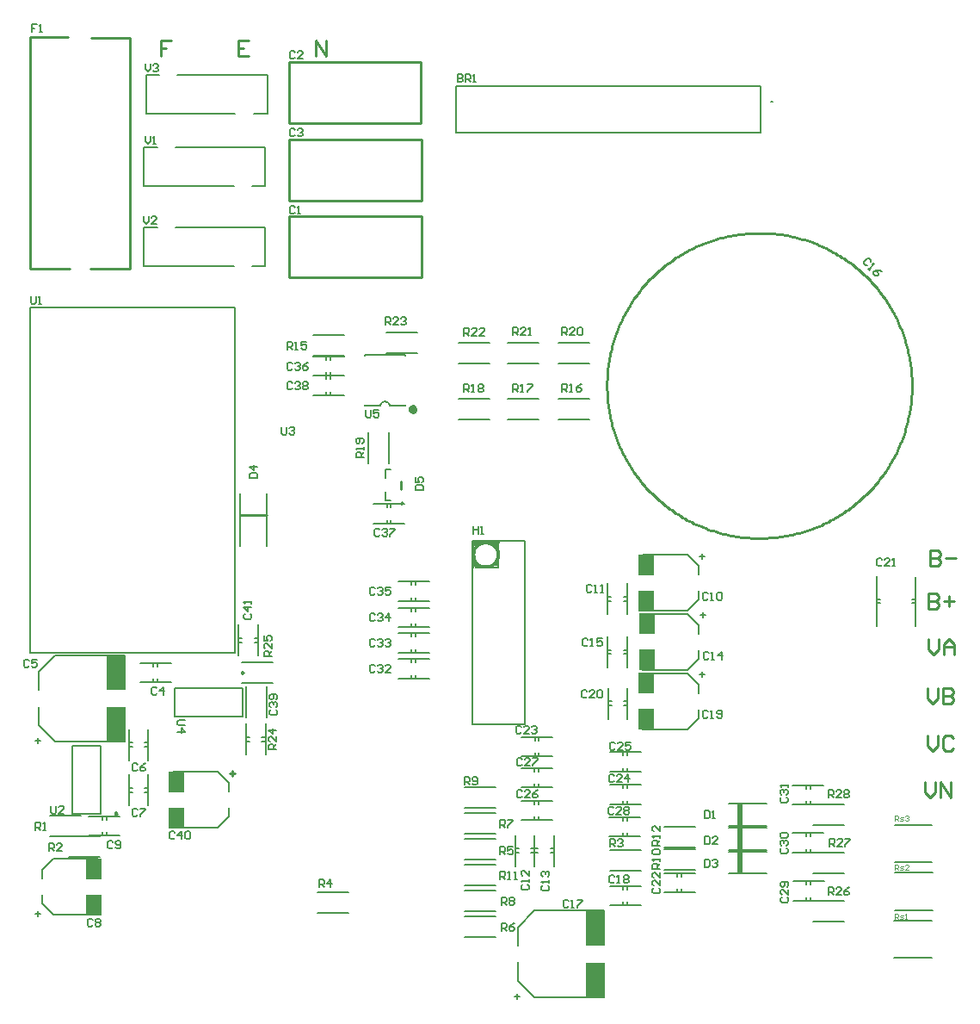
<source format=gto>
G04*
G04 #@! TF.GenerationSoftware,Altium Limited,Altium Designer,19.0.12 (326)*
G04*
G04 Layer_Color=65535*
%FSLAX25Y25*%
%MOIN*%
G70*
G01*
G75*
%ADD10C,0.00800*%
%ADD11C,0.01181*%
%ADD12C,0.00787*%
%ADD13C,0.01000*%
%ADD14C,0.00600*%
%ADD15C,0.02000*%
%ADD16C,0.00984*%
%ADD17C,0.00700*%
%ADD18C,0.00393*%
%ADD19C,0.00500*%
%ADD20C,0.00400*%
%ADD21R,0.10630X0.01319*%
%ADD22R,0.01083X0.10965*%
%ADD23R,0.00984X0.09390*%
%ADD24R,0.08957X0.01122*%
%ADD25R,0.01280X0.01378*%
%ADD26R,0.02067X0.01378*%
%ADD27R,0.07185X0.13583*%
%ADD28R,0.07185X0.13484*%
%ADD29R,0.06299X0.08465*%
%ADD30R,0.01900X0.08600*%
D10*
X308232Y391913D02*
X307494Y392340D01*
Y391487D01*
X308232Y391913D01*
X301244Y393094D02*
X303213D01*
X301244D02*
Y396244D01*
Y404906D02*
X303213D01*
X301244Y401756D02*
Y404906D01*
X385932Y221043D02*
Y234232D01*
X358865D02*
X385932D01*
X352468Y227835D02*
X358865Y234232D01*
X352468Y220748D02*
Y227835D01*
Y207165D02*
X358865Y200768D01*
X385932D01*
Y213957D01*
X352468Y207165D02*
Y214252D01*
X417996Y350373D02*
X422327Y354704D01*
Y358050D01*
Y364350D02*
Y367696D01*
X417996Y372027D02*
X422327Y367696D01*
X400673Y372027D02*
X417996D01*
X400673Y350373D02*
X417996D01*
X418096Y327473D02*
X422427Y331804D01*
Y335150D01*
Y341450D02*
Y344796D01*
X418096Y349127D02*
X422427Y344796D01*
X400773Y349127D02*
X418096D01*
X400773Y327473D02*
X418096D01*
X417996Y304473D02*
X422327Y308804D01*
Y312150D01*
Y318450D02*
Y321796D01*
X417996Y326127D02*
X422327Y321796D01*
X400673Y326127D02*
X417996D01*
X400673Y304473D02*
X417996D01*
X200232Y319943D02*
Y333132D01*
X173165D02*
X200232D01*
X166768Y326735D02*
X173165Y333132D01*
X166768Y319648D02*
Y326735D01*
Y306065D02*
X173165Y299668D01*
X200232D01*
Y312857D01*
X166768Y306065D02*
Y313152D01*
X168173Y249996D02*
X172504Y254327D01*
X168173Y246650D02*
Y249996D01*
Y237004D02*
Y240350D01*
Y237004D02*
X172504Y232673D01*
X189827D01*
X172504Y254327D02*
X189827D01*
X218673Y266273D02*
X235996D01*
X218673Y287927D02*
X235996D01*
X240327Y283596D01*
Y280250D02*
Y283596D01*
Y270604D02*
Y273950D01*
X235996Y266273D02*
X240327Y270604D01*
D11*
X344782Y372000D02*
X344677Y372994D01*
X344369Y373945D01*
X343869Y374811D01*
X343200Y375554D01*
X342391Y376141D01*
X341478Y376548D01*
X340500Y376756D01*
X339500D01*
X338522Y376548D01*
X337609Y376141D01*
X336800Y375554D01*
X336131Y374811D01*
X335631Y373945D01*
X335322Y372994D01*
X335218Y372000D01*
X335322Y371006D01*
X335631Y370055D01*
X336131Y369189D01*
X336800Y368446D01*
X337609Y367859D01*
X338522Y367452D01*
X339500Y367244D01*
X340500D01*
X341478Y367452D01*
X342391Y367859D01*
X343200Y368446D01*
X343869Y369189D01*
X344369Y370055D01*
X344677Y371006D01*
X344782Y372000D01*
D12*
X451180Y547400D02*
X450392D01*
X451180D01*
X446455Y535392D02*
Y553502D01*
X328345D02*
X446455D01*
X328345Y535392D02*
Y553502D01*
Y535392D02*
X446455D01*
X255118Y375263D02*
Y395736D01*
X244882Y375263D02*
Y395736D01*
X163421Y333945D02*
Y467803D01*
Y333945D02*
X242949D01*
X163421Y467803D02*
X242949D01*
Y333945D02*
Y467803D01*
X219311Y320512D02*
X245689D01*
X219311Y309488D02*
X245689D01*
Y320512D01*
X219311Y309488D02*
Y320512D01*
X190677Y271811D02*
Y298189D01*
X179654Y271811D02*
Y298189D01*
Y271811D02*
X190677D01*
X179654Y298189D02*
X190677D01*
D13*
X505055Y437500D02*
X505047Y438500D01*
X505021Y439500D01*
X504979Y440499D01*
X504920Y441498D01*
X504844Y442495D01*
X504750Y443491D01*
X504641Y444485D01*
X504514Y445477D01*
X504370Y446466D01*
X504210Y447454D01*
X504033Y448438D01*
X503840Y449419D01*
X503630Y450397D01*
X503403Y451371D01*
X503160Y452341D01*
X502900Y453307D01*
X502624Y454269D01*
X502332Y455225D01*
X502024Y456177D01*
X501700Y457123D01*
X501359Y458063D01*
X501003Y458998D01*
X500631Y459926D01*
X500244Y460848D01*
X499840Y461763D01*
X499422Y462672D01*
X498988Y463573D01*
X498539Y464466D01*
X498075Y465352D01*
X497595Y466230D01*
X497101Y467100D01*
X496593Y467961D01*
X496070Y468813D01*
X495532Y469657D01*
X494981Y470491D01*
X494415Y471316D01*
X493835Y472131D01*
X493242Y472936D01*
X492635Y473731D01*
X492015Y474515D01*
X491381Y475289D01*
X490735Y476053D01*
X490076Y476805D01*
X489404Y477545D01*
X488719Y478275D01*
X488023Y478992D01*
X487314Y479698D01*
X486593Y480392D01*
X485861Y481073D01*
X485118Y481742D01*
X484363Y482398D01*
X483597Y483041D01*
X482820Y483671D01*
X482033Y484288D01*
X481236Y484892D01*
X480428Y485482D01*
X479610Y486058D01*
X478783Y486620D01*
X477947Y487168D01*
X477101Y487702D01*
X476246Y488222D01*
X475383Y488726D01*
X474511Y489217D01*
X473631Y489692D01*
X472744Y490153D01*
X471848Y490598D01*
X470945Y491028D01*
X470035Y491443D01*
X469118Y491842D01*
X468194Y492226D01*
X467265Y492594D01*
X466328Y492946D01*
X465387Y493282D01*
X464439Y493603D01*
X463486Y493907D01*
X462529Y494195D01*
X461566Y494467D01*
X460599Y494722D01*
X459628Y494961D01*
X458653Y495184D01*
X457674Y495390D01*
X456692Y495579D01*
X455707Y495752D01*
X454719Y495908D01*
X453729Y496047D01*
X452736Y496170D01*
X451742Y496275D01*
X450745Y496364D01*
X449748Y496436D01*
X448749Y496491D01*
X447750Y496529D01*
X446750Y496550D01*
X445750Y496555D01*
X444750Y496542D01*
X443750Y496512D01*
X442751Y496466D01*
X441753Y496402D01*
X440756Y496322D01*
X439761Y496225D01*
X438767Y496110D01*
X437776Y495980D01*
X436786Y495832D01*
X435800Y495668D01*
X434816Y495486D01*
X433836Y495289D01*
X432859Y495075D01*
X431886Y494844D01*
X430917Y494596D01*
X429952Y494333D01*
X428992Y494053D01*
X428036Y493757D01*
X427086Y493444D01*
X426142Y493116D01*
X425203Y492772D01*
X424269Y492412D01*
X423343Y492036D01*
X422422Y491644D01*
X421509Y491237D01*
X420602Y490815D01*
X419703Y490377D01*
X418811Y489924D01*
X417928Y489456D01*
X417052Y488973D01*
X416184Y488476D01*
X415325Y487963D01*
X414475Y487437D01*
X413634Y486896D01*
X412802Y486340D01*
X411979Y485771D01*
X411167Y485188D01*
X410364Y484591D01*
X409572Y483981D01*
X408790Y483358D01*
X408019Y482721D01*
X407258Y482071D01*
X406509Y481409D01*
X405771Y480734D01*
X405045Y480046D01*
X404330Y479347D01*
X403627Y478635D01*
X402937Y477911D01*
X402259Y477176D01*
X401593Y476430D01*
X400940Y475672D01*
X400300Y474904D01*
X399673Y474124D01*
X399060Y473335D01*
X398460Y472534D01*
X397873Y471724D01*
X397300Y470904D01*
X396742Y470075D01*
X396197Y469236D01*
X395667Y468388D01*
X395151Y467531D01*
X394650Y466666D01*
X394163Y465792D01*
X393691Y464910D01*
X393235Y464020D01*
X392793Y463123D01*
X392367Y462218D01*
X391956Y461306D01*
X391561Y460388D01*
X391181Y459462D01*
X390817Y458531D01*
X390468Y457593D01*
X390136Y456650D01*
X389820Y455701D01*
X389520Y454747D01*
X389236Y453788D01*
X388968Y452825D01*
X388717Y451857D01*
X388482Y450884D01*
X388263Y449908D01*
X388061Y448929D01*
X387876Y447946D01*
X387707Y446960D01*
X387556Y445972D01*
X387421Y444981D01*
X387302Y443988D01*
X387201Y442993D01*
X387116Y441996D01*
X387049Y440998D01*
X386998Y439999D01*
X386964Y439000D01*
X386947Y438000D01*
X386947Y437000D01*
X386964Y436000D01*
X386998Y435000D01*
X387049Y434001D01*
X387116Y433003D01*
X387201Y432007D01*
X387302Y431012D01*
X387421Y430019D01*
X387556Y429028D01*
X387708Y428039D01*
X387876Y427053D01*
X388061Y426071D01*
X388263Y425091D01*
X388482Y424115D01*
X388717Y423143D01*
X388968Y422175D01*
X389236Y421211D01*
X389520Y420252D01*
X389820Y419298D01*
X390136Y418349D01*
X390469Y417406D01*
X390817Y416469D01*
X391181Y415537D01*
X391561Y414612D01*
X391956Y413693D01*
X392367Y412781D01*
X392793Y411877D01*
X393235Y410979D01*
X393692Y410089D01*
X394163Y409208D01*
X394650Y408334D01*
X395151Y407468D01*
X395667Y406611D01*
X396197Y405764D01*
X396742Y404925D01*
X397301Y404095D01*
X397873Y403275D01*
X398460Y402465D01*
X399060Y401665D01*
X399674Y400875D01*
X400301Y400096D01*
X400941Y399327D01*
X401593Y398570D01*
X402259Y397823D01*
X402937Y397088D01*
X403628Y396365D01*
X404330Y395653D01*
X405045Y394953D01*
X405771Y394266D01*
X406509Y393591D01*
X407259Y392929D01*
X408019Y392279D01*
X408790Y391642D01*
X409572Y391019D01*
X410365Y390408D01*
X411167Y389811D01*
X411980Y389229D01*
X412802Y388659D01*
X413634Y388104D01*
X414475Y387563D01*
X415325Y387036D01*
X416185Y386524D01*
X417052Y386027D01*
X417928Y385544D01*
X418812Y385076D01*
X419704Y384623D01*
X420603Y384185D01*
X421509Y383763D01*
X422423Y383355D01*
X423343Y382964D01*
X424270Y382588D01*
X425203Y382228D01*
X426142Y381884D01*
X427087Y381555D01*
X428037Y381243D01*
X428992Y380947D01*
X429952Y380667D01*
X430917Y380403D01*
X431886Y380156D01*
X432859Y379925D01*
X433836Y379711D01*
X434817Y379514D01*
X435800Y379332D01*
X436787Y379168D01*
X437776Y379020D01*
X438767Y378889D01*
X439761Y378775D01*
X440756Y378678D01*
X441753Y378598D01*
X442751Y378534D01*
X443750Y378488D01*
X444750Y378458D01*
X445750Y378445D01*
X446750Y378450D01*
X447750Y378471D01*
X448750Y378509D01*
X449748Y378564D01*
X450746Y378636D01*
X451742Y378725D01*
X452736Y378830D01*
X453729Y378953D01*
X454719Y379092D01*
X455707Y379248D01*
X456692Y379421D01*
X457674Y379610D01*
X458653Y379816D01*
X459628Y380039D01*
X460599Y380278D01*
X461566Y380533D01*
X462529Y380805D01*
X463486Y381093D01*
X464439Y381397D01*
X465387Y381718D01*
X466328Y382054D01*
X467265Y382406D01*
X468194Y382774D01*
X469118Y383158D01*
X470035Y383557D01*
X470945Y383972D01*
X471848Y384402D01*
X472744Y384847D01*
X473631Y385308D01*
X474511Y385783D01*
X475383Y386274D01*
X476246Y386778D01*
X477101Y387298D01*
X477947Y387832D01*
X478783Y388380D01*
X479610Y388942D01*
X480428Y389518D01*
X481235Y390108D01*
X482033Y390712D01*
X482820Y391329D01*
X483597Y391959D01*
X484363Y392602D01*
X485117Y393258D01*
X485861Y393927D01*
X486593Y394608D01*
X487314Y395302D01*
X488022Y396007D01*
X488719Y396725D01*
X489403Y397454D01*
X490075Y398195D01*
X490735Y398947D01*
X491381Y399710D01*
X492015Y400484D01*
X492635Y401269D01*
X493242Y402064D01*
X493835Y402869D01*
X494415Y403684D01*
X494980Y404509D01*
X495532Y405343D01*
X496069Y406186D01*
X496593Y407039D01*
X497101Y407900D01*
X497595Y408769D01*
X498074Y409647D01*
X498538Y410533D01*
X498988Y411427D01*
X499422Y412328D01*
X499840Y413236D01*
X500243Y414151D01*
X500631Y415073D01*
X501003Y416002D01*
X501359Y416936D01*
X501699Y417877D01*
X502024Y418823D01*
X502332Y419774D01*
X502624Y420731D01*
X502900Y421692D01*
X503160Y422658D01*
X503403Y423628D01*
X503629Y424602D01*
X503840Y425580D01*
X504033Y426561D01*
X504210Y427545D01*
X504370Y428533D01*
X504514Y429522D01*
X504640Y430514D01*
X504750Y431508D01*
X504843Y432504D01*
X504920Y433501D01*
X504979Y434500D01*
X505021Y435499D01*
X505047Y436499D01*
X505055Y437499D01*
Y437500D01*
X307000Y397500D02*
Y400500D01*
X263730Y562814D02*
X314930D01*
X263730Y539186D02*
Y562814D01*
Y539186D02*
X314930D01*
Y562814D01*
X263870Y509186D02*
X315070D01*
Y532814D01*
X263870D02*
X315070D01*
X263870Y509186D02*
Y532814D01*
X263900Y503014D02*
X315100D01*
X263900Y479386D02*
Y503014D01*
Y479386D02*
X315100D01*
Y503014D01*
X186800Y482687D02*
X202200D01*
Y572087D01*
X187300D02*
X202200D01*
X163400Y572287D02*
X178300D01*
X163400Y482687D02*
Y572287D01*
Y482687D02*
X178800D01*
X245000Y387500D02*
X255000D01*
X242886Y287411D02*
X240886D01*
X241886Y286412D02*
Y288411D01*
X274000Y565000D02*
Y570998D01*
X277999Y565000D01*
Y570998D01*
X217999D02*
X214000D01*
Y567999D01*
X215999D01*
X214000D01*
Y565000D01*
X247999Y570998D02*
X244000D01*
Y565000D01*
X247999D01*
X244000Y567999D02*
X245999D01*
X512000Y373698D02*
Y367700D01*
X514999D01*
X515999Y368700D01*
Y369699D01*
X514999Y370699D01*
X512000D01*
X514999D01*
X515999Y371699D01*
Y372698D01*
X514999Y373698D01*
X512000D01*
X517998Y370699D02*
X521997D01*
X510000Y283998D02*
Y279999D01*
X511999Y278000D01*
X513999Y279999D01*
Y283998D01*
X515998Y278000D02*
Y283998D01*
X519997Y278000D01*
Y283998D01*
X511000Y301998D02*
Y297999D01*
X512999Y296000D01*
X514999Y297999D01*
Y301998D01*
X520997Y300998D02*
X519997Y301998D01*
X517998D01*
X516998Y300998D01*
Y297000D01*
X517998Y296000D01*
X519997D01*
X520997Y297000D01*
X511000Y320498D02*
Y316499D01*
X512999Y314500D01*
X514999Y316499D01*
Y320498D01*
X516998D02*
Y314500D01*
X519997D01*
X520997Y315500D01*
Y316499D01*
X519997Y317499D01*
X516998D01*
X519997D01*
X520997Y318499D01*
Y319498D01*
X519997Y320498D01*
X516998D01*
X511500Y339498D02*
Y335499D01*
X513499Y333500D01*
X515499Y335499D01*
Y339498D01*
X517498Y333500D02*
Y337499D01*
X519497Y339498D01*
X521497Y337499D01*
Y333500D01*
Y336499D01*
X517498D01*
X511500Y356998D02*
Y351000D01*
X514499D01*
X515499Y352000D01*
Y352999D01*
X514499Y353999D01*
X511500D01*
X514499D01*
X515499Y354999D01*
Y355998D01*
X514499Y356998D01*
X511500D01*
X517498Y353999D02*
X521497D01*
X519497Y355998D02*
Y352000D01*
D14*
X302734Y429657D02*
X302495Y430562D01*
X301835Y431225D01*
X300932Y431468D01*
X300028Y431225D01*
X299368Y430562D01*
X299129Y429658D01*
X334827Y306385D02*
X355173D01*
X334827Y377315D02*
X355173D01*
X334827Y306385D02*
Y377315D01*
X355173Y306385D02*
Y377315D01*
X293126Y449100D02*
X293126Y449342D01*
X308874Y449100D02*
Y449342D01*
X308805Y429657D02*
Y429900D01*
X293100Y429658D02*
Y429900D01*
Y429658D02*
X299129D01*
X302734Y429657D02*
X308805D01*
X293126Y449342D02*
X308874D01*
X434100Y257800D02*
X448700D01*
X434100Y266400D02*
X448700D01*
X434100Y248600D02*
X448700D01*
X434100Y257200D02*
X448700D01*
X434100Y267100D02*
X448700D01*
X434100Y275700D02*
X448700D01*
X223499Y308000D02*
X221000D01*
X220500Y307500D01*
Y306501D01*
X221000Y306001D01*
X223499D01*
X220500Y303502D02*
X223499D01*
X222000Y305001D01*
Y303002D01*
D15*
X312600Y428200D02*
X312047Y428961D01*
X311153Y428670D01*
Y427730D01*
X312047Y427439D01*
X312600Y428200D01*
D16*
X246181Y326417D02*
X245443Y326844D01*
Y325991D01*
X246181Y326417D01*
X197075Y271811D02*
X196337Y272237D01*
Y271385D01*
X197075Y271811D01*
D17*
X294500Y407300D02*
Y419300D01*
X302500Y407300D02*
Y419300D01*
X303300Y390300D02*
Y391400D01*
Y384400D02*
Y385500D01*
X301700Y390300D02*
Y391400D01*
X296500Y384150D02*
X308500D01*
X296500Y391650D02*
X308500D01*
X301700Y384400D02*
Y385500D01*
X312800Y330300D02*
Y331400D01*
X306000Y324150D02*
X318000D01*
X306000Y331650D02*
X318000D01*
X312800Y324400D02*
Y325500D01*
X311200Y330300D02*
Y331400D01*
Y324400D02*
Y325500D01*
X312800Y340320D02*
Y341420D01*
X306000Y334170D02*
X318000D01*
X306000Y341670D02*
X318000D01*
X312800Y334420D02*
Y335520D01*
X311200Y340320D02*
Y341420D01*
Y334420D02*
Y335520D01*
X312800Y350119D02*
Y351219D01*
X306000Y343969D02*
X318000D01*
X306000Y351469D02*
X318000D01*
X312800Y344219D02*
Y345319D01*
X311200Y350119D02*
Y351219D01*
Y344219D02*
Y345319D01*
X312800Y360300D02*
Y361400D01*
X306000Y354150D02*
X318000D01*
X306000Y361650D02*
X318000D01*
X312800Y354400D02*
Y355500D01*
X311200Y360300D02*
Y361400D01*
Y354400D02*
Y355500D01*
X498500Y249000D02*
X513000D01*
X498500Y234500D02*
X513000D01*
X498400Y267518D02*
X512900D01*
X498400Y253018D02*
X512900D01*
X244500Y339792D02*
X245600D01*
X250400D02*
X251500D01*
X244500Y338193D02*
X245600D01*
X251750Y332993D02*
Y344992D01*
X244250Y332993D02*
Y344992D01*
X250400Y338193D02*
X251500D01*
X253300Y299800D02*
X254400D01*
X247400D02*
X248500D01*
X253300Y301400D02*
X254400D01*
X247150Y294600D02*
Y306600D01*
X254650Y294600D02*
Y306600D01*
X247400Y301400D02*
X248500D01*
X274900Y241500D02*
X286900D01*
X274900Y233500D02*
X286900D01*
X331800Y232000D02*
X343800D01*
X331800Y224000D02*
X343800D01*
X331800Y241980D02*
X343800D01*
X331800Y233980D02*
X343800D01*
X331800Y251960D02*
X343800D01*
X331800Y243960D02*
X343800D01*
X331800Y261940D02*
X343800D01*
X331800Y253940D02*
X343800D01*
X331800Y271900D02*
X343800D01*
X331800Y263900D02*
X343800D01*
X331800Y281900D02*
X343800D01*
X331800Y273900D02*
X343800D01*
X360500Y275500D02*
Y276600D01*
Y269600D02*
Y270700D01*
X358900Y275500D02*
Y276600D01*
X353700Y269350D02*
X365700D01*
X353700Y276850D02*
X365700D01*
X358900Y269600D02*
Y270700D01*
X360500Y288100D02*
Y289200D01*
Y282200D02*
Y283300D01*
X358900Y288100D02*
Y289200D01*
X353700Y281950D02*
X365700D01*
X353700Y289450D02*
X365700D01*
X358900Y282200D02*
Y283300D01*
X360600Y300200D02*
Y301300D01*
Y294300D02*
Y295400D01*
X359000Y300200D02*
Y301300D01*
X353800Y294050D02*
X365800D01*
X353800Y301550D02*
X365800D01*
X359000Y294300D02*
Y295400D01*
X393200Y236600D02*
Y237700D01*
Y242500D02*
Y243600D01*
X394800Y236600D02*
Y237700D01*
X388000Y243850D02*
X400000D01*
X388000Y236350D02*
X400000D01*
X394800Y242500D02*
Y243600D01*
X388100Y257700D02*
X400100D01*
X388100Y249700D02*
X400100D01*
X393100Y263300D02*
Y264400D01*
Y269200D02*
Y270300D01*
X394700Y263300D02*
Y264400D01*
X387900Y270550D02*
X399900D01*
X387900Y263050D02*
X399900D01*
X394700Y269200D02*
Y270300D01*
X393200Y275772D02*
Y276872D01*
Y281672D02*
Y282772D01*
X394800Y275772D02*
Y276872D01*
X388000Y283022D02*
X400000D01*
X388000Y275522D02*
X400000D01*
X394800Y281672D02*
Y282772D01*
X393200Y288371D02*
Y289471D01*
Y294271D02*
Y295371D01*
X394800Y288371D02*
Y289471D01*
X388000Y295621D02*
X400000D01*
X388000Y288121D02*
X400000D01*
X394800Y294271D02*
Y295371D01*
X415800Y247400D02*
Y248500D01*
Y241500D02*
Y242600D01*
X414200Y247400D02*
Y248500D01*
X409000Y241250D02*
X421000D01*
X409000Y248750D02*
X421000D01*
X414200Y241500D02*
Y242600D01*
X409135Y250000D02*
X421135D01*
X409135Y258000D02*
X421135D01*
X409100Y266600D02*
X421100D01*
X409100Y258600D02*
X421100D01*
X368000Y454000D02*
X380000D01*
X368000Y446000D02*
X380000D01*
X348500Y454000D02*
X360500D01*
X348500Y446000D02*
X360500D01*
X368000Y432500D02*
X380000D01*
X368000Y424500D02*
X380000D01*
X348500Y432500D02*
X360500D01*
X348500Y424500D02*
X360500D01*
X329500Y432500D02*
X341500D01*
X329500Y424500D02*
X341500D01*
X329500Y454000D02*
X341500D01*
X329500Y446000D02*
X341500D01*
X278200Y434000D02*
Y435100D01*
Y439900D02*
Y441000D01*
X279800Y434000D02*
Y435100D01*
X273000Y441250D02*
X285000D01*
X273000Y433750D02*
X285000D01*
X279800Y439900D02*
Y441000D01*
Y447400D02*
Y448500D01*
Y441500D02*
Y442600D01*
X278200Y447400D02*
Y448500D01*
X273000Y441250D02*
X285000D01*
X273000Y448750D02*
X285000D01*
X278200Y441500D02*
Y442600D01*
X273000Y449000D02*
X285000D01*
X273000Y457000D02*
X285000D01*
X387500Y355700D02*
X388600D01*
X393400D02*
X394500D01*
X387500Y354100D02*
X388600D01*
X394750Y348900D02*
Y360900D01*
X387250Y348900D02*
Y360900D01*
X393400Y354100D02*
X394500D01*
X387600Y315300D02*
X388700D01*
X393500D02*
X394600D01*
X387600Y313700D02*
X388700D01*
X394850Y308500D02*
Y320500D01*
X387350Y308500D02*
Y320500D01*
X393500Y313700D02*
X394600D01*
X387500Y335200D02*
X388600D01*
X393400D02*
X394500D01*
X387500Y333600D02*
X388600D01*
X394750Y328400D02*
Y340400D01*
X387250Y328400D02*
Y340400D01*
X393400Y333600D02*
X394500D01*
X498200Y230400D02*
X512700D01*
X498200Y215900D02*
X512700D01*
X464100Y257000D02*
Y258100D01*
Y262900D02*
Y264000D01*
X465700Y257000D02*
Y258100D01*
X458900Y264250D02*
X470900D01*
X458900Y256750D02*
X470900D01*
X465700Y262900D02*
Y264000D01*
X464100Y275600D02*
Y276700D01*
Y281500D02*
Y282600D01*
X465700Y275600D02*
Y276700D01*
X458900Y282850D02*
X470900D01*
X458900Y275350D02*
X470900D01*
X465700Y281500D02*
Y282600D01*
X466900Y267400D02*
X478900D01*
X466900Y275400D02*
X478900D01*
X466900Y248700D02*
X478900D01*
X466900Y256700D02*
X478900D01*
X464200Y238400D02*
Y239500D01*
Y244300D02*
Y245400D01*
X465800Y238400D02*
Y239500D01*
X459000Y245650D02*
X471000D01*
X459000Y238150D02*
X471000D01*
X465800Y244300D02*
Y245400D01*
X466900Y230100D02*
X478900D01*
X466900Y238100D02*
X478900D01*
X211200Y322890D02*
Y323990D01*
Y328790D02*
Y329890D01*
X212800Y322890D02*
Y323990D01*
X206000Y330140D02*
X218000D01*
X206000Y322640D02*
X218000D01*
X212800Y328790D02*
Y329890D01*
X202000Y299300D02*
X203100D01*
X207900D02*
X209000D01*
X202000Y297700D02*
X203100D01*
X209250Y292500D02*
Y304500D01*
X201750Y292500D02*
Y304500D01*
X207900Y297700D02*
X209000D01*
X207900Y280200D02*
X209000D01*
X202000D02*
X203100D01*
X207900Y281800D02*
X209000D01*
X201750Y275000D02*
Y287000D01*
X209250Y275000D02*
Y287000D01*
X202000Y281800D02*
X203100D01*
X171283Y263000D02*
X183283D01*
X171283Y271000D02*
X183283D01*
X178310Y255000D02*
X190310D01*
X178310Y263000D02*
X190310D01*
X191483Y263500D02*
Y264600D01*
Y269400D02*
Y270500D01*
X193084Y263500D02*
Y264600D01*
X186284Y270750D02*
X198284D01*
X186284Y263250D02*
X198284D01*
X193084Y269400D02*
Y270500D01*
X247000Y309000D02*
Y321000D01*
X255000Y309000D02*
Y321000D01*
X245500Y330500D02*
X257500D01*
X245500Y322500D02*
X257500D01*
X505150Y353271D02*
X506250D01*
X491500Y344425D02*
Y363717D01*
X506500Y344500D02*
Y363500D01*
X491750Y353271D02*
X492850D01*
X505150Y354871D02*
X506250D01*
X491750D02*
X492850D01*
X359100Y258300D02*
X360200D01*
X366350Y251500D02*
Y263500D01*
X358850Y251500D02*
Y263500D01*
X365000Y258300D02*
X366100D01*
X359100Y256700D02*
X360200D01*
X365000D02*
X366100D01*
X351600Y258300D02*
X352700D01*
X358850Y251500D02*
Y263500D01*
X351350Y251500D02*
Y263500D01*
X357500Y258300D02*
X358600D01*
X351600Y256700D02*
X352700D01*
X357500D02*
X358600D01*
X301500Y450000D02*
X313500D01*
X301500Y458000D02*
X313500D01*
D18*
X334727Y369100D02*
Y375100D01*
D19*
X207345Y483789D02*
Y498750D01*
Y483789D02*
X242384D01*
X249471D02*
X254589D01*
Y498750D01*
X219943D02*
X254589D01*
X207345D02*
X212857D01*
X207345Y514850D02*
Y529811D01*
Y514850D02*
X242384D01*
X249471D02*
X254589D01*
Y529811D01*
X219943D02*
X254589D01*
X207345D02*
X212857D01*
X255555Y542850D02*
Y557811D01*
X220516D02*
X255555D01*
X208311D02*
X213429D01*
X208311Y542850D02*
Y557811D01*
Y542850D02*
X242957D01*
X250043D02*
X255555D01*
X351287Y201086D02*
X353286D01*
X352286Y202086D02*
Y200086D01*
X424886Y371512D02*
X422887D01*
X423886Y370512D02*
Y372511D01*
X424986Y348611D02*
X422987D01*
X423986Y347612D02*
Y349611D01*
X424886Y325611D02*
X422887D01*
X423886Y324612D02*
Y326611D01*
X165587Y299986D02*
X167586D01*
X166586Y300986D02*
Y298987D01*
X165614Y233189D02*
X167613D01*
X166614Y234188D02*
Y232189D01*
X297099Y358999D02*
X296600Y359499D01*
X295600D01*
X295100Y358999D01*
Y357000D01*
X295600Y356500D01*
X296600D01*
X297099Y357000D01*
X298099Y358999D02*
X298599Y359499D01*
X299599D01*
X300098Y358999D01*
Y358499D01*
X299599Y357999D01*
X299099D01*
X299599D01*
X300098Y357500D01*
Y357000D01*
X299599Y356500D01*
X298599D01*
X298099Y357000D01*
X303097Y359499D02*
X301098D01*
Y357999D01*
X302098Y358499D01*
X302598D01*
X303097Y357999D01*
Y357000D01*
X302598Y356500D01*
X301598D01*
X301098Y357000D01*
X297099Y348799D02*
X296600Y349299D01*
X295600D01*
X295100Y348799D01*
Y346800D01*
X295600Y346300D01*
X296600D01*
X297099Y346800D01*
X298099Y348799D02*
X298599Y349299D01*
X299599D01*
X300098Y348799D01*
Y348299D01*
X299599Y347799D01*
X299099D01*
X299599D01*
X300098Y347300D01*
Y346800D01*
X299599Y346300D01*
X298599D01*
X298099Y346800D01*
X302598Y346300D02*
Y349299D01*
X301098Y347799D01*
X303097D01*
X297099Y338999D02*
X296600Y339499D01*
X295600D01*
X295100Y338999D01*
Y337000D01*
X295600Y336500D01*
X296600D01*
X297099Y337000D01*
X298099Y338999D02*
X298599Y339499D01*
X299599D01*
X300098Y338999D01*
Y338499D01*
X299599Y338000D01*
X299099D01*
X299599D01*
X300098Y337500D01*
Y337000D01*
X299599Y336500D01*
X298599D01*
X298099Y337000D01*
X301098Y338999D02*
X301598Y339499D01*
X302598D01*
X303097Y338999D01*
Y338499D01*
X302598Y338000D01*
X302098D01*
X302598D01*
X303097Y337500D01*
Y337000D01*
X302598Y336500D01*
X301598D01*
X301098Y337000D01*
X297099Y328999D02*
X296600Y329499D01*
X295600D01*
X295100Y328999D01*
Y327000D01*
X295600Y326500D01*
X296600D01*
X297099Y327000D01*
X298099Y328999D02*
X298599Y329499D01*
X299599D01*
X300098Y328999D01*
Y328499D01*
X299599Y327999D01*
X299099D01*
X299599D01*
X300098Y327500D01*
Y327000D01*
X299599Y326500D01*
X298599D01*
X298099Y327000D01*
X303097Y326500D02*
X301098D01*
X303097Y328499D01*
Y328999D01*
X302598Y329499D01*
X301598D01*
X301098Y328999D01*
X335000Y383099D02*
Y380100D01*
Y381599D01*
X336999D01*
Y383099D01*
Y380100D01*
X337999D02*
X338999D01*
X338499D01*
Y383099D01*
X337999Y382599D01*
X489181Y485353D02*
X489181Y486060D01*
X488474Y486767D01*
X487767D01*
X486353Y485353D01*
Y484647D01*
X487060Y483940D01*
X487767Y483940D01*
X488121Y482879D02*
X488828Y482172D01*
X488474Y482526D01*
X490595Y484647D01*
X489888D01*
X493422Y481819D02*
X492362Y482172D01*
X490948D01*
X490241Y481466D01*
Y480759D01*
X490948Y480052D01*
X491655Y480052D01*
X492008Y480405D01*
X492008Y481112D01*
X490948Y482172D01*
X472700Y277900D02*
Y280899D01*
X474199D01*
X474699Y280399D01*
Y279399D01*
X474199Y278900D01*
X472700D01*
X473700D02*
X474699Y277900D01*
X477698D02*
X475699D01*
X477698Y279899D01*
Y280399D01*
X477199Y280899D01*
X476199D01*
X475699Y280399D01*
X478698D02*
X479198Y280899D01*
X480198D01*
X480697Y280399D01*
Y279899D01*
X480198Y279399D01*
X480697Y278900D01*
Y278400D01*
X480198Y277900D01*
X479198D01*
X478698Y278400D01*
Y278900D01*
X479198Y279399D01*
X478698Y279899D01*
Y280399D01*
X479198Y279399D02*
X480198D01*
X473300Y259200D02*
Y262199D01*
X474799D01*
X475299Y261699D01*
Y260700D01*
X474799Y260200D01*
X473300D01*
X474300D02*
X475299Y259200D01*
X478298D02*
X476299D01*
X478298Y261199D01*
Y261699D01*
X477799Y262199D01*
X476799D01*
X476299Y261699D01*
X479298Y262199D02*
X481297D01*
Y261699D01*
X479298Y259700D01*
Y259200D01*
X472800Y240300D02*
Y243299D01*
X474299D01*
X474799Y242799D01*
Y241799D01*
X474299Y241300D01*
X472800D01*
X473800D02*
X474799Y240300D01*
X477798D02*
X475799D01*
X477798Y242299D01*
Y242799D01*
X477298Y243299D01*
X476299D01*
X475799Y242799D01*
X480797Y243299D02*
X479798Y242799D01*
X478798Y241799D01*
Y240800D01*
X479298Y240300D01*
X480298D01*
X480797Y240800D01*
Y241300D01*
X480298Y241799D01*
X478798D01*
X329000Y557999D02*
Y555000D01*
X330500D01*
X330999Y555500D01*
Y556000D01*
X330500Y556499D01*
X329000D01*
X330500D01*
X330999Y556999D01*
Y557499D01*
X330500Y557999D01*
X329000D01*
X331999Y555000D02*
Y557999D01*
X333499D01*
X333998Y557499D01*
Y556499D01*
X333499Y556000D01*
X331999D01*
X332999D02*
X333998Y555000D01*
X334998D02*
X335998D01*
X335498D01*
Y557999D01*
X334998Y557499D01*
X257100Y332700D02*
X254101D01*
Y334200D01*
X254601Y334699D01*
X255601D01*
X256100Y334200D01*
Y332700D01*
Y333700D02*
X257100Y334699D01*
Y337698D02*
Y335699D01*
X255101Y337698D01*
X254601D01*
X254101Y337198D01*
Y336199D01*
X254601Y335699D01*
X254101Y340697D02*
Y338698D01*
X255601D01*
X255101Y339698D01*
Y340198D01*
X255601Y340697D01*
X256600D01*
X257100Y340198D01*
Y339198D01*
X256600Y338698D01*
X258900Y296700D02*
X255901D01*
Y298200D01*
X256401Y298699D01*
X257400D01*
X257900Y298200D01*
Y296700D01*
Y297700D02*
X258900Y298699D01*
Y301698D02*
Y299699D01*
X256901Y301698D01*
X256401D01*
X255901Y301199D01*
Y300199D01*
X256401Y299699D01*
X258900Y304198D02*
X255901D01*
X257400Y302698D01*
Y304697D01*
X246801Y349199D02*
X246301Y348699D01*
Y347700D01*
X246801Y347200D01*
X248800D01*
X249300Y347700D01*
Y348699D01*
X248800Y349199D01*
X249300Y351698D02*
X246301D01*
X247800Y350199D01*
Y352198D01*
X249300Y353198D02*
Y354198D01*
Y353698D01*
X246301D01*
X246801Y353198D01*
X219599Y264399D02*
X219099Y264899D01*
X218100D01*
X217600Y264399D01*
Y262400D01*
X218100Y261900D01*
X219099D01*
X219599Y262400D01*
X222098Y261900D02*
Y264899D01*
X220599Y263400D01*
X222598D01*
X223598Y264399D02*
X224098Y264899D01*
X225098D01*
X225597Y264399D01*
Y262400D01*
X225098Y261900D01*
X224098D01*
X223598Y262400D01*
Y264399D01*
X256701Y311999D02*
X256201Y311500D01*
Y310500D01*
X256701Y310000D01*
X258700D01*
X259200Y310500D01*
Y311500D01*
X258700Y311999D01*
X256701Y312999D02*
X256201Y313499D01*
Y314498D01*
X256701Y314998D01*
X257201D01*
X257700Y314498D01*
Y313999D01*
Y314498D01*
X258200Y314998D01*
X258700D01*
X259200Y314498D01*
Y313499D01*
X258700Y312999D01*
Y315998D02*
X259200Y316498D01*
Y317498D01*
X258700Y317997D01*
X256701D01*
X256201Y317498D01*
Y316498D01*
X256701Y315998D01*
X257201D01*
X257700Y316498D01*
Y317997D01*
X345500Y246500D02*
Y249499D01*
X347000D01*
X347499Y248999D01*
Y248000D01*
X347000Y247500D01*
X345500D01*
X346500D02*
X347499Y246500D01*
X348499D02*
X349499D01*
X348999D01*
Y249499D01*
X348499Y248999D01*
X350998Y246500D02*
X351998D01*
X351498D01*
Y249499D01*
X350998Y248999D01*
X331700Y283000D02*
Y285999D01*
X333200D01*
X333699Y285499D01*
Y284500D01*
X333200Y284000D01*
X331700D01*
X332700D02*
X333699Y283000D01*
X334699Y283500D02*
X335199Y283000D01*
X336198D01*
X336698Y283500D01*
Y285499D01*
X336198Y285999D01*
X335199D01*
X334699Y285499D01*
Y284999D01*
X335199Y284500D01*
X336698D01*
X346000Y226500D02*
Y229499D01*
X347499D01*
X347999Y228999D01*
Y227999D01*
X347499Y227500D01*
X346000D01*
X347000D02*
X347999Y226500D01*
X350998Y229499D02*
X349999Y228999D01*
X348999Y227999D01*
Y227000D01*
X349499Y226500D01*
X350499D01*
X350998Y227000D01*
Y227500D01*
X350499Y227999D01*
X348999D01*
X345500Y256000D02*
Y258999D01*
X347000D01*
X347499Y258499D01*
Y257500D01*
X347000Y257000D01*
X345500D01*
X346500D02*
X347499Y256000D01*
X350498Y258999D02*
X348499D01*
Y257500D01*
X349499Y257999D01*
X349998D01*
X350498Y257500D01*
Y256500D01*
X349998Y256000D01*
X348999D01*
X348499Y256500D01*
X389499Y273999D02*
X389000Y274499D01*
X388000D01*
X387500Y273999D01*
Y272000D01*
X388000Y271500D01*
X389000D01*
X389499Y272000D01*
X392498Y271500D02*
X390499D01*
X392498Y273499D01*
Y273999D01*
X391999Y274499D01*
X390999D01*
X390499Y273999D01*
X393498D02*
X393998Y274499D01*
X394998D01*
X395497Y273999D01*
Y273499D01*
X394998Y273000D01*
X395497Y272500D01*
Y272000D01*
X394998Y271500D01*
X393998D01*
X393498Y272000D01*
Y272500D01*
X393998Y273000D01*
X393498Y273499D01*
Y273999D01*
X393998Y273000D02*
X394998D01*
X354099Y292799D02*
X353600Y293299D01*
X352600D01*
X352100Y292799D01*
Y290800D01*
X352600Y290300D01*
X353600D01*
X354099Y290800D01*
X357098Y290300D02*
X355099D01*
X357098Y292299D01*
Y292799D01*
X356598Y293299D01*
X355599D01*
X355099Y292799D01*
X358098Y293299D02*
X360097D01*
Y292799D01*
X358098Y290800D01*
Y290300D01*
X389699Y286499D02*
X389199Y286999D01*
X388200D01*
X387700Y286499D01*
Y284500D01*
X388200Y284000D01*
X389199D01*
X389699Y284500D01*
X392698Y284000D02*
X390699D01*
X392698Y285999D01*
Y286499D01*
X392198Y286999D01*
X391199D01*
X390699Y286499D01*
X395198Y284000D02*
Y286999D01*
X393698Y285500D01*
X395697D01*
X353699Y305299D02*
X353200Y305799D01*
X352200D01*
X351700Y305299D01*
Y303300D01*
X352200Y302800D01*
X353200D01*
X353699Y303300D01*
X356698Y302800D02*
X354699D01*
X356698Y304799D01*
Y305299D01*
X356199Y305799D01*
X355199D01*
X354699Y305299D01*
X357698D02*
X358198Y305799D01*
X359198D01*
X359697Y305299D01*
Y304799D01*
X359198Y304299D01*
X358698D01*
X359198D01*
X359697Y303800D01*
Y303300D01*
X359198Y302800D01*
X358198D01*
X357698Y303300D01*
X407500Y259500D02*
X404501D01*
Y260999D01*
X405001Y261499D01*
X406001D01*
X406500Y260999D01*
Y259500D01*
Y260500D02*
X407500Y261499D01*
Y262499D02*
Y263499D01*
Y262999D01*
X404501D01*
X405001Y262499D01*
X407500Y266998D02*
Y264998D01*
X405501Y266998D01*
X405001D01*
X404501Y266498D01*
Y265498D01*
X405001Y264998D01*
X345500Y266400D02*
Y269399D01*
X347000D01*
X347499Y268899D01*
Y267899D01*
X347000Y267400D01*
X345500D01*
X346500D02*
X347499Y266400D01*
X348499Y269399D02*
X350498D01*
Y268899D01*
X348499Y266900D01*
Y266400D01*
X275400Y243300D02*
Y246299D01*
X276900D01*
X277399Y245799D01*
Y244799D01*
X276900Y244300D01*
X275400D01*
X276400D02*
X277399Y243300D01*
X279899D02*
Y246299D01*
X278399Y244799D01*
X280398D01*
X424800Y254099D02*
Y251100D01*
X426299D01*
X426799Y251600D01*
Y253599D01*
X426299Y254099D01*
X424800D01*
X427799Y253599D02*
X428299Y254099D01*
X429298D01*
X429798Y253599D01*
Y253099D01*
X429298Y252600D01*
X428799D01*
X429298D01*
X429798Y252100D01*
Y251600D01*
X429298Y251100D01*
X428299D01*
X427799Y251600D01*
X424886Y262999D02*
Y260000D01*
X426385D01*
X426885Y260500D01*
Y262499D01*
X426385Y262999D01*
X424886D01*
X429884Y260000D02*
X427885D01*
X429884Y261999D01*
Y262499D01*
X429384Y262999D01*
X428385D01*
X427885Y262499D01*
X424800Y272999D02*
Y270000D01*
X426299D01*
X426799Y270500D01*
Y272499D01*
X426299Y272999D01*
X424800D01*
X427799Y270000D02*
X428799D01*
X428299D01*
Y272999D01*
X427799Y272499D01*
X454501Y278199D02*
X454001Y277699D01*
Y276700D01*
X454501Y276200D01*
X456500D01*
X457000Y276700D01*
Y277699D01*
X456500Y278199D01*
X454501Y279199D02*
X454001Y279699D01*
Y280698D01*
X454501Y281198D01*
X455001D01*
X455501Y280698D01*
Y280199D01*
Y280698D01*
X456000Y281198D01*
X456500D01*
X457000Y280698D01*
Y279699D01*
X456500Y279199D01*
X457000Y282198D02*
Y283198D01*
Y282698D01*
X454001D01*
X454501Y282198D01*
Y258499D02*
X454001Y257999D01*
Y257000D01*
X454501Y256500D01*
X456500D01*
X457000Y257000D01*
Y257999D01*
X456500Y258499D01*
X454501Y259499D02*
X454001Y259999D01*
Y260999D01*
X454501Y261498D01*
X455001D01*
X455501Y260999D01*
Y260499D01*
Y260999D01*
X456000Y261498D01*
X456500D01*
X457000Y260999D01*
Y259999D01*
X456500Y259499D01*
X454501Y262498D02*
X454001Y262998D01*
Y263998D01*
X454501Y264497D01*
X456500D01*
X457000Y263998D01*
Y262998D01*
X456500Y262498D01*
X454501D01*
X454701Y239499D02*
X454201Y239000D01*
Y238000D01*
X454701Y237500D01*
X456700D01*
X457200Y238000D01*
Y239000D01*
X456700Y239499D01*
X457200Y242498D02*
Y240499D01*
X455201Y242498D01*
X454701D01*
X454201Y241999D01*
Y240999D01*
X454701Y240499D01*
X456700Y243498D02*
X457200Y243998D01*
Y244998D01*
X456700Y245497D01*
X454701D01*
X454201Y244998D01*
Y243998D01*
X454701Y243498D01*
X455201D01*
X455700Y243998D01*
Y245497D01*
X405001Y242999D02*
X404501Y242499D01*
Y241500D01*
X405001Y241000D01*
X407000D01*
X407500Y241500D01*
Y242499D01*
X407000Y242999D01*
X407500Y245998D02*
Y243999D01*
X405501Y245998D01*
X405001D01*
X404501Y245498D01*
Y244499D01*
X405001Y243999D01*
X407500Y248997D02*
Y246998D01*
X405501Y248997D01*
X405001D01*
X404501Y248498D01*
Y247498D01*
X405001Y246998D01*
X493599Y370199D02*
X493099Y370699D01*
X492100D01*
X491600Y370199D01*
Y368200D01*
X492100Y367700D01*
X493099D01*
X493599Y368200D01*
X496598Y367700D02*
X494599D01*
X496598Y369699D01*
Y370199D01*
X496099Y370699D01*
X495099D01*
X494599Y370199D01*
X497598Y367700D02*
X498598D01*
X498098D01*
Y370699D01*
X497598Y370199D01*
X293600Y428099D02*
Y425600D01*
X294100Y425100D01*
X295099D01*
X295599Y425600D01*
Y428099D01*
X298598D02*
X296599D01*
Y426600D01*
X297599Y427099D01*
X298098D01*
X298598Y426600D01*
Y425600D01*
X298098Y425100D01*
X297099D01*
X296599Y425600D01*
X301100Y460900D02*
Y463899D01*
X302600D01*
X303099Y463399D01*
Y462399D01*
X302600Y461900D01*
X301100D01*
X302100D02*
X303099Y460900D01*
X306098D02*
X304099D01*
X306098Y462899D01*
Y463399D01*
X305598Y463899D01*
X304599D01*
X304099Y463399D01*
X307098D02*
X307598Y463899D01*
X308598D01*
X309097Y463399D01*
Y462899D01*
X308598Y462399D01*
X308098D01*
X308598D01*
X309097Y461900D01*
Y461400D01*
X308598Y460900D01*
X307598D01*
X307098Y461400D01*
X331500Y456800D02*
Y459799D01*
X332999D01*
X333499Y459299D01*
Y458299D01*
X332999Y457800D01*
X331500D01*
X332500D02*
X333499Y456800D01*
X336498D02*
X334499D01*
X336498Y458799D01*
Y459299D01*
X335999Y459799D01*
X334999D01*
X334499Y459299D01*
X339497Y456800D02*
X337498D01*
X339497Y458799D01*
Y459299D01*
X338998Y459799D01*
X337998D01*
X337498Y459299D01*
X350500Y457000D02*
Y459999D01*
X351999D01*
X352499Y459499D01*
Y458499D01*
X351999Y458000D01*
X350500D01*
X351500D02*
X352499Y457000D01*
X355498D02*
X353499D01*
X355498Y458999D01*
Y459499D01*
X354998Y459999D01*
X353999D01*
X353499Y459499D01*
X356498Y457000D02*
X357498D01*
X356998D01*
Y459999D01*
X356498Y459499D01*
X369500Y457000D02*
Y459999D01*
X371000D01*
X371499Y459499D01*
Y458499D01*
X371000Y458000D01*
X369500D01*
X370500D02*
X371499Y457000D01*
X374498D02*
X372499D01*
X374498Y458999D01*
Y459499D01*
X373998Y459999D01*
X372999D01*
X372499Y459499D01*
X375498D02*
X375998Y459999D01*
X376998D01*
X377497Y459499D01*
Y457500D01*
X376998Y457000D01*
X375998D01*
X375498Y457500D01*
Y459499D01*
X292800Y409600D02*
X289801D01*
Y411099D01*
X290301Y411599D01*
X291301D01*
X291800Y411099D01*
Y409600D01*
Y410600D02*
X292800Y411599D01*
Y412599D02*
Y413599D01*
Y413099D01*
X289801D01*
X290301Y412599D01*
X292300Y415098D02*
X292800Y415598D01*
Y416598D01*
X292300Y417098D01*
X290301D01*
X289801Y416598D01*
Y415598D01*
X290301Y415098D01*
X290801D01*
X291301Y415598D01*
Y417098D01*
X331500Y435000D02*
Y437999D01*
X332999D01*
X333499Y437499D01*
Y436500D01*
X332999Y436000D01*
X331500D01*
X332500D02*
X333499Y435000D01*
X334499D02*
X335499D01*
X334999D01*
Y437999D01*
X334499Y437499D01*
X336998D02*
X337498Y437999D01*
X338498D01*
X338998Y437499D01*
Y436999D01*
X338498Y436500D01*
X338998Y436000D01*
Y435500D01*
X338498Y435000D01*
X337498D01*
X336998Y435500D01*
Y436000D01*
X337498Y436500D01*
X336998Y436999D01*
Y437499D01*
X337498Y436500D02*
X338498D01*
X350500Y435000D02*
Y437999D01*
X351999D01*
X352499Y437499D01*
Y436500D01*
X351999Y436000D01*
X350500D01*
X351500D02*
X352499Y435000D01*
X353499D02*
X354499D01*
X353999D01*
Y437999D01*
X353499Y437499D01*
X355998Y437999D02*
X357998D01*
Y437499D01*
X355998Y435500D01*
Y435000D01*
X369500Y435100D02*
Y438099D01*
X371000D01*
X371499Y437599D01*
Y436599D01*
X371000Y436100D01*
X369500D01*
X370500D02*
X371499Y435100D01*
X372499D02*
X373499D01*
X372999D01*
Y438099D01*
X372499Y437599D01*
X376998Y438099D02*
X375998Y437599D01*
X374998Y436599D01*
Y435600D01*
X375498Y435100D01*
X376498D01*
X376998Y435600D01*
Y436100D01*
X376498Y436599D01*
X374998D01*
X263000Y451500D02*
Y454499D01*
X264499D01*
X264999Y453999D01*
Y452999D01*
X264499Y452500D01*
X263000D01*
X264000D02*
X264999Y451500D01*
X265999D02*
X266999D01*
X266499D01*
Y454499D01*
X265999Y453999D01*
X270498Y454499D02*
X268498D01*
Y452999D01*
X269498Y453499D01*
X269998D01*
X270498Y452999D01*
Y452000D01*
X269998Y451500D01*
X268998D01*
X268498Y452000D01*
X312701Y396900D02*
X315700D01*
Y398399D01*
X315200Y398899D01*
X313201D01*
X312701Y398399D01*
Y396900D01*
Y401898D02*
Y399899D01*
X314200D01*
X313701Y400899D01*
Y401399D01*
X314200Y401898D01*
X315200D01*
X315700Y401399D01*
Y400399D01*
X315200Y399899D01*
X264999Y438499D02*
X264499Y438999D01*
X263500D01*
X263000Y438499D01*
Y436500D01*
X263500Y436000D01*
X264499D01*
X264999Y436500D01*
X265999Y438499D02*
X266499Y438999D01*
X267498D01*
X267998Y438499D01*
Y437999D01*
X267498Y437500D01*
X266999D01*
X267498D01*
X267998Y437000D01*
Y436500D01*
X267498Y436000D01*
X266499D01*
X265999Y436500D01*
X268998Y438499D02*
X269498Y438999D01*
X270498D01*
X270997Y438499D01*
Y437999D01*
X270498Y437500D01*
X270997Y437000D01*
Y436500D01*
X270498Y436000D01*
X269498D01*
X268998Y436500D01*
Y437000D01*
X269498Y437500D01*
X268998Y437999D01*
Y438499D01*
X269498Y437500D02*
X270498D01*
X298899Y381699D02*
X298399Y382199D01*
X297400D01*
X296900Y381699D01*
Y379700D01*
X297400Y379200D01*
X298399D01*
X298899Y379700D01*
X299899Y381699D02*
X300399Y382199D01*
X301398D01*
X301898Y381699D01*
Y381199D01*
X301398Y380699D01*
X300899D01*
X301398D01*
X301898Y380200D01*
Y379700D01*
X301398Y379200D01*
X300399D01*
X299899Y379700D01*
X302898Y382199D02*
X304897D01*
Y381699D01*
X302898Y379700D01*
Y379200D01*
X264999Y445999D02*
X264499Y446499D01*
X263500D01*
X263000Y445999D01*
Y444000D01*
X263500Y443500D01*
X264499D01*
X264999Y444000D01*
X265999Y445999D02*
X266499Y446499D01*
X267498D01*
X267998Y445999D01*
Y445499D01*
X267498Y445000D01*
X266999D01*
X267498D01*
X267998Y444500D01*
Y444000D01*
X267498Y443500D01*
X266499D01*
X265999Y444000D01*
X270997Y446499D02*
X269998Y445999D01*
X268998Y445000D01*
Y444000D01*
X269498Y443500D01*
X270498D01*
X270997Y444000D01*
Y444500D01*
X270498Y445000D01*
X268998D01*
X207345Y502999D02*
Y501000D01*
X208345Y500000D01*
X209344Y501000D01*
Y502999D01*
X212343Y500000D02*
X210344D01*
X212343Y501999D01*
Y502499D01*
X211843Y502999D01*
X210844D01*
X210344Y502499D01*
X208000Y533999D02*
Y532000D01*
X209000Y531000D01*
X209999Y532000D01*
Y533999D01*
X210999Y531000D02*
X211999D01*
X211499D01*
Y533999D01*
X210999Y533499D01*
X171500Y274810D02*
Y272311D01*
X172000Y271811D01*
X173000D01*
X173499Y272311D01*
Y274810D01*
X176498Y271811D02*
X174499D01*
X176498Y273810D01*
Y274310D01*
X175999Y274810D01*
X174999D01*
X174499Y274310D01*
X163800Y472199D02*
Y469700D01*
X164300Y469200D01*
X165299D01*
X165799Y469700D01*
Y472199D01*
X166799Y469200D02*
X167799D01*
X167299D01*
Y472199D01*
X166799Y471699D01*
X260900Y421399D02*
Y418900D01*
X261400Y418400D01*
X262400D01*
X262899Y418900D01*
Y421399D01*
X263899Y420899D02*
X264399Y421399D01*
X265399D01*
X265898Y420899D01*
Y420399D01*
X265399Y419900D01*
X264899D01*
X265399D01*
X265898Y419400D01*
Y418900D01*
X265399Y418400D01*
X264399D01*
X263899Y418900D01*
X407500Y250500D02*
X404501D01*
Y251999D01*
X405001Y252499D01*
X406001D01*
X406500Y251999D01*
Y250500D01*
Y251500D02*
X407500Y252499D01*
Y253499D02*
Y254499D01*
Y253999D01*
X404501D01*
X405001Y253499D01*
Y255998D02*
X404501Y256498D01*
Y257498D01*
X405001Y257998D01*
X407000D01*
X407500Y257498D01*
Y256498D01*
X407000Y255998D01*
X405001D01*
X346000Y236500D02*
Y239499D01*
X347499D01*
X347999Y238999D01*
Y238000D01*
X347499Y237500D01*
X346000D01*
X347000D02*
X347999Y236500D01*
X348999Y238999D02*
X349499Y239499D01*
X350499D01*
X350998Y238999D01*
Y238499D01*
X350499Y238000D01*
X350998Y237500D01*
Y237000D01*
X350499Y236500D01*
X349499D01*
X348999Y237000D01*
Y237500D01*
X349499Y238000D01*
X348999Y238499D01*
Y238999D01*
X349499Y238000D02*
X350499D01*
X388000Y259000D02*
Y261999D01*
X389499D01*
X389999Y261499D01*
Y260500D01*
X389499Y260000D01*
X388000D01*
X389000D02*
X389999Y259000D01*
X390999Y261499D02*
X391499Y261999D01*
X392498D01*
X392998Y261499D01*
Y260999D01*
X392498Y260500D01*
X391999D01*
X392498D01*
X392998Y260000D01*
Y259500D01*
X392498Y259000D01*
X391499D01*
X390999Y259500D01*
X170700Y257300D02*
Y260299D01*
X172199D01*
X172699Y259799D01*
Y258800D01*
X172199Y258300D01*
X170700D01*
X171700D02*
X172699Y257300D01*
X175698D02*
X173699D01*
X175698Y259299D01*
Y259799D01*
X175199Y260299D01*
X174199D01*
X173699Y259799D01*
X165500Y265500D02*
Y268499D01*
X166999D01*
X167499Y267999D01*
Y267000D01*
X166999Y266500D01*
X165500D01*
X166500D02*
X167499Y265500D01*
X168499D02*
X169499D01*
X168999D01*
Y268499D01*
X168499Y267999D01*
X248501Y401600D02*
X251500D01*
Y403099D01*
X251000Y403599D01*
X249001D01*
X248501Y403099D01*
Y401600D01*
X251500Y406099D02*
X248501D01*
X250001Y404599D01*
Y406598D01*
X379299Y319099D02*
X378800Y319599D01*
X377800D01*
X377300Y319099D01*
Y317100D01*
X377800Y316600D01*
X378800D01*
X379299Y317100D01*
X382298Y316600D02*
X380299D01*
X382298Y318599D01*
Y319099D01*
X381799Y319599D01*
X380799D01*
X380299Y319099D01*
X383298D02*
X383798Y319599D01*
X384798D01*
X385297Y319099D01*
Y317100D01*
X384798Y316600D01*
X383798D01*
X383298Y317100D01*
Y319099D01*
X425999Y311303D02*
X425499Y311803D01*
X424500D01*
X424000Y311303D01*
Y309304D01*
X424500Y308804D01*
X425499D01*
X425999Y309304D01*
X426999Y308804D02*
X427999D01*
X427499D01*
Y311803D01*
X426999Y311303D01*
X429498Y309304D02*
X429998Y308804D01*
X430998D01*
X431498Y309304D01*
Y311303D01*
X430998Y311803D01*
X429998D01*
X429498Y311303D01*
Y310803D01*
X429998Y310303D01*
X431498D01*
X379499Y339099D02*
X378999Y339599D01*
X378000D01*
X377500Y339099D01*
Y337100D01*
X378000Y336600D01*
X378999D01*
X379499Y337100D01*
X380499Y336600D02*
X381499D01*
X380999D01*
Y339599D01*
X380499Y339099D01*
X384998Y339599D02*
X382998D01*
Y338100D01*
X383998Y338599D01*
X384498D01*
X384998Y338100D01*
Y337100D01*
X384498Y336600D01*
X383498D01*
X382998Y337100D01*
X426399Y333999D02*
X425900Y334499D01*
X424900D01*
X424400Y333999D01*
Y332000D01*
X424900Y331500D01*
X425900D01*
X426399Y332000D01*
X427399Y331500D02*
X428399D01*
X427899D01*
Y334499D01*
X427399Y333999D01*
X431398Y331500D02*
Y334499D01*
X429898Y332999D01*
X431898D01*
X381099Y359899D02*
X380599Y360399D01*
X379600D01*
X379100Y359899D01*
Y357900D01*
X379600Y357400D01*
X380599D01*
X381099Y357900D01*
X382099Y357400D02*
X383099D01*
X382599D01*
Y360399D01*
X382099Y359899D01*
X384598Y357400D02*
X385598D01*
X385098D01*
Y360399D01*
X384598Y359899D01*
X425999Y356999D02*
X425499Y357499D01*
X424500D01*
X424000Y356999D01*
Y355000D01*
X424500Y354500D01*
X425499D01*
X425999Y355000D01*
X426999Y354500D02*
X427999D01*
X427499D01*
Y357499D01*
X426999Y356999D01*
X429498D02*
X429998Y357499D01*
X430998D01*
X431498Y356999D01*
Y355000D01*
X430998Y354500D01*
X429998D01*
X429498Y355000D01*
Y356999D01*
X371999Y237999D02*
X371499Y238499D01*
X370500D01*
X370000Y237999D01*
Y236000D01*
X370500Y235500D01*
X371499D01*
X371999Y236000D01*
X372999Y235500D02*
X373999D01*
X373499D01*
Y238499D01*
X372999Y237999D01*
X375498Y238499D02*
X377498D01*
Y237999D01*
X375498Y236000D01*
Y235500D01*
X389999Y298999D02*
X389499Y299499D01*
X388500D01*
X388000Y298999D01*
Y297000D01*
X388500Y296500D01*
X389499D01*
X389999Y297000D01*
X392998Y296500D02*
X390999D01*
X392998Y298499D01*
Y298999D01*
X392498Y299499D01*
X391499D01*
X390999Y298999D01*
X395997Y299499D02*
X393998D01*
Y298000D01*
X394998Y298499D01*
X395498D01*
X395997Y298000D01*
Y297000D01*
X395498Y296500D01*
X394498D01*
X393998Y297000D01*
X362001Y243999D02*
X361501Y243499D01*
Y242500D01*
X362001Y242000D01*
X364000D01*
X364500Y242500D01*
Y243499D01*
X364000Y243999D01*
X364500Y244999D02*
Y245999D01*
Y245499D01*
X361501D01*
X362001Y244999D01*
Y247498D02*
X361501Y247998D01*
Y248998D01*
X362001Y249498D01*
X362501D01*
X363000Y248998D01*
Y248498D01*
Y248998D01*
X363500Y249498D01*
X364000D01*
X364500Y248998D01*
Y247998D01*
X364000Y247498D01*
X354301Y244299D02*
X353801Y243799D01*
Y242800D01*
X354301Y242300D01*
X356300D01*
X356800Y242800D01*
Y243799D01*
X356300Y244299D01*
X356800Y245299D02*
Y246299D01*
Y245799D01*
X353801D01*
X354301Y245299D01*
X356800Y249798D02*
Y247798D01*
X354801Y249798D01*
X354301D01*
X353801Y249298D01*
Y248298D01*
X354301Y247798D01*
X389899Y247499D02*
X389400Y247999D01*
X388400D01*
X387900Y247499D01*
Y245500D01*
X388400Y245000D01*
X389400D01*
X389899Y245500D01*
X390899Y245000D02*
X391899D01*
X391399D01*
Y247999D01*
X390899Y247499D01*
X393398D02*
X393898Y247999D01*
X394898D01*
X395398Y247499D01*
Y246999D01*
X394898Y246499D01*
X395398Y246000D01*
Y245500D01*
X394898Y245000D01*
X393898D01*
X393398Y245500D01*
Y246000D01*
X393898Y246499D01*
X393398Y246999D01*
Y247499D01*
X393898Y246499D02*
X394898D01*
X354099Y280399D02*
X353600Y280899D01*
X352600D01*
X352100Y280399D01*
Y278400D01*
X352600Y277900D01*
X353600D01*
X354099Y278400D01*
X357098Y277900D02*
X355099D01*
X357098Y279899D01*
Y280399D01*
X356598Y280899D01*
X355599D01*
X355099Y280399D01*
X360097Y280899D02*
X359098Y280399D01*
X358098Y279399D01*
Y278400D01*
X358598Y277900D01*
X359598D01*
X360097Y278400D01*
Y278900D01*
X359598Y279399D01*
X358098D01*
X204999Y290739D02*
X204500Y291239D01*
X203500D01*
X203000Y290739D01*
Y288740D01*
X203500Y288240D01*
X204500D01*
X204999Y288740D01*
X207998Y291239D02*
X206999Y290739D01*
X205999Y289740D01*
Y288740D01*
X206499Y288240D01*
X207499D01*
X207998Y288740D01*
Y289240D01*
X207499Y289740D01*
X205999D01*
X163099Y330999D02*
X162600Y331499D01*
X161600D01*
X161100Y330999D01*
Y329000D01*
X161600Y328500D01*
X162600D01*
X163099Y329000D01*
X166098Y331499D02*
X164099D01*
Y329999D01*
X165099Y330499D01*
X165599D01*
X166098Y329999D01*
Y329000D01*
X165599Y328500D01*
X164599D01*
X164099Y329000D01*
X212499Y320299D02*
X212000Y320799D01*
X211000D01*
X210500Y320299D01*
Y318300D01*
X211000Y317800D01*
X212000D01*
X212499Y318300D01*
X214999Y317800D02*
Y320799D01*
X213499Y319300D01*
X215498D01*
X265999Y536499D02*
X265499Y536999D01*
X264500D01*
X264000Y536499D01*
Y534500D01*
X264500Y534000D01*
X265499D01*
X265999Y534500D01*
X266999Y536499D02*
X267499Y536999D01*
X268498D01*
X268998Y536499D01*
Y535999D01*
X268498Y535499D01*
X267999D01*
X268498D01*
X268998Y535000D01*
Y534500D01*
X268498Y534000D01*
X267499D01*
X266999Y534500D01*
X265999Y566499D02*
X265499Y566999D01*
X264500D01*
X264000Y566499D01*
Y564500D01*
X264500Y564000D01*
X265499D01*
X265999Y564500D01*
X268998Y564000D02*
X266999D01*
X268998Y565999D01*
Y566499D01*
X268498Y566999D01*
X267499D01*
X266999Y566499D01*
X265999Y506499D02*
X265499Y506999D01*
X264500D01*
X264000Y506499D01*
Y504500D01*
X264500Y504000D01*
X265499D01*
X265999Y504500D01*
X266999Y504000D02*
X267999D01*
X267499D01*
Y506999D01*
X266999Y506499D01*
X208000Y561999D02*
Y560000D01*
X209000Y559000D01*
X209999Y560000D01*
Y561999D01*
X210999Y561499D02*
X211499Y561999D01*
X212498D01*
X212998Y561499D01*
Y560999D01*
X212498Y560499D01*
X211999D01*
X212498D01*
X212998Y560000D01*
Y559500D01*
X212498Y559000D01*
X211499D01*
X210999Y559500D01*
X165999Y577249D02*
X164000D01*
Y575749D01*
X165000D01*
X164000D01*
Y574250D01*
X166999D02*
X167999D01*
X167499D01*
Y577249D01*
X166999Y576749D01*
X204999Y273243D02*
X204500Y273743D01*
X203500D01*
X203000Y273243D01*
Y271244D01*
X203500Y270744D01*
X204500D01*
X204999Y271244D01*
X205999Y273743D02*
X207998D01*
Y273243D01*
X205999Y271244D01*
Y270744D01*
X187799Y230599D02*
X187300Y231099D01*
X186300D01*
X185800Y230599D01*
Y228600D01*
X186300Y228100D01*
X187300D01*
X187799Y228600D01*
X188799Y230599D02*
X189299Y231099D01*
X190299D01*
X190798Y230599D01*
Y230099D01*
X190299Y229599D01*
X190798Y229100D01*
Y228600D01*
X190299Y228100D01*
X189299D01*
X188799Y228600D01*
Y229100D01*
X189299Y229599D01*
X188799Y230099D01*
Y230599D01*
X189299Y229599D02*
X190299D01*
X195499Y260799D02*
X195000Y261299D01*
X194000D01*
X193500Y260799D01*
Y258800D01*
X194000Y258300D01*
X195000D01*
X195499Y258800D01*
X196499D02*
X196999Y258300D01*
X197999D01*
X198498Y258800D01*
Y260799D01*
X197999Y261299D01*
X196999D01*
X196499Y260799D01*
Y260299D01*
X196999Y259800D01*
X198498D01*
D20*
X498500Y269000D02*
Y270999D01*
X499500D01*
X499833Y270666D01*
Y270000D01*
X499500Y269666D01*
X498500D01*
X499166D02*
X499833Y269000D01*
X500499D02*
X501499D01*
X501832Y269333D01*
X501499Y269666D01*
X500833D01*
X500499Y270000D01*
X500833Y270333D01*
X501832D01*
X502499Y270666D02*
X502832Y270999D01*
X503498D01*
X503832Y270666D01*
Y270333D01*
X503498Y270000D01*
X503165D01*
X503498D01*
X503832Y269666D01*
Y269333D01*
X503498Y269000D01*
X502832D01*
X502499Y269333D01*
X498500Y250000D02*
Y251999D01*
X499500D01*
X499833Y251666D01*
Y251000D01*
X499500Y250666D01*
X498500D01*
X499166D02*
X499833Y250000D01*
X500499D02*
X501499D01*
X501832Y250333D01*
X501499Y250666D01*
X500833D01*
X500499Y251000D01*
X500833Y251333D01*
X501832D01*
X503832Y250000D02*
X502499D01*
X503832Y251333D01*
Y251666D01*
X503498Y251999D01*
X502832D01*
X502499Y251666D01*
X498500Y231000D02*
Y232999D01*
X499500D01*
X499833Y232666D01*
Y232000D01*
X499500Y231666D01*
X498500D01*
X499166D02*
X499833Y231000D01*
X500499D02*
X501499D01*
X501832Y231333D01*
X501499Y231666D01*
X500833D01*
X500499Y232000D01*
X500833Y232333D01*
X501832D01*
X502499Y231000D02*
X503165D01*
X502832D01*
Y232999D01*
X502499Y232666D01*
D21*
X340079Y376931D02*
D03*
D22*
X344852Y372108D02*
D03*
D23*
X335256Y371321D02*
D03*
D24*
X340226Y367187D02*
D03*
D25*
X343868Y368240D02*
D03*
X343967Y375819D02*
D03*
X336191Y368142D02*
D03*
D26*
X335797Y375976D02*
D03*
D27*
X382340Y227441D02*
D03*
X196640Y326341D02*
D03*
D28*
X382340Y207510D02*
D03*
X196640Y306410D02*
D03*
D29*
X402248Y368188D02*
D03*
X402248Y354212D02*
D03*
X402348Y345288D02*
D03*
Y331312D02*
D03*
X402248Y322288D02*
D03*
Y308312D02*
D03*
X188252Y236512D02*
D03*
Y250488D02*
D03*
X220248Y270112D02*
D03*
Y284088D02*
D03*
D30*
X438450Y262100D02*
D03*
Y252900D02*
D03*
Y271400D02*
D03*
M02*

</source>
